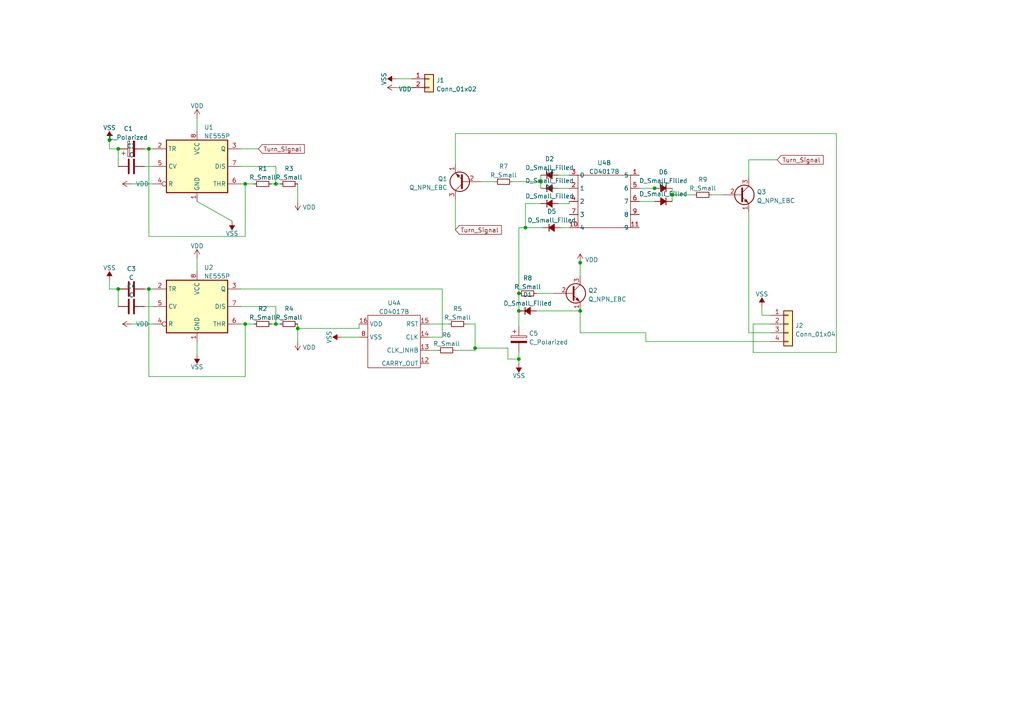
<source format=kicad_sch>
(kicad_sch (version 20211123) (generator eeschema)
  (paper "A4")
  (lib_symbols
    (symbol "CD4017B_1"
      (property "Reference" "U" (at 0 0 0))
      (property "Value" "CD4017B_1" (at 0 0 0))
      (symbol "CD4017B_1_0_1"
        (rectangle (start -7.62 -5.08) (end 7.62 -20.32))
      )
      (symbol "CD4017B_1_1_1"
        (pin output line (at 10.16 -19.05 180) (length 2.54) (name "CARRY_OUT") (number "12"))
        (pin input line (at 10.16 -15.24 180) (length 2.54) (name "CLK_INHB") (number "13"))
        (pin input line (at 10.16 -11.43 180) (length 2.54) (name "CLK") (number "14"))
        (pin input line (at 10.16 -7.62 180) (length 2.54) (name "RST") (number "15"))
        (pin power_in line (at -10.16 -7.62 0) (length 2.54) (name "VDD") (number "16"))
        (pin power_in line (at -10.16 -11.43 0) (length 2.54) (name "VSS") (number "8"))
      )
      (symbol "CD4017B_1_2_1"
        (pin output line (at 10.16 -5.08 180) (length 2.54) (name "5") (number "1"))
        (pin output line (at -10.16 -20.32 0) (length 2.54) (name "4") (number "10"))
        (pin output line (at 10.16 -20.32 180) (length 2.54) (name "9") (number "11"))
        (pin output line (at -10.16 -8.89 0) (length 2.54) (name "1") (number "2"))
        (pin output line (at -10.16 -5.08 0) (length 2.54) (name "0") (number "3"))
        (pin output line (at -10.16 -12.7 0) (length 2.54) (name "2") (number "4"))
        (pin output line (at 10.16 -8.89 180) (length 2.54) (name "6") (number "5"))
        (pin output line (at 10.16 -12.7 180) (length 2.54) (name "7") (number "6"))
        (pin output line (at -10.16 -16.51 0) (length 2.54) (name "3") (number "7"))
        (pin output line (at 10.16 -16.51 180) (length 2.54) (name "8") (number "9"))
      )
    )
    (symbol "Connector_Generic:Conn_01x02" (pin_names (offset 1.016) hide)
      (property "Reference" "J" (at 0 2.54 0))
      (property "Value" "Conn_01x02" (at 0 -5.08 0))
      (symbol "Conn_01x02_1_1"
        (rectangle (start -1.27 -2.413) (end 0 -2.667) (stroke (width 0.1524)))
        (rectangle (start -1.27 0.127) (end 0 -0.127) (stroke (width 0.1524)))
        (rectangle (start -1.27 1.27) (end 1.27 -3.81) (stroke (width 0.254)) (fill (type background)))
        (pin passive line (at -5.08 0 0) (length 3.81) (name "Pin_1") (number "1"))
        (pin passive line (at -5.08 -2.54 0) (length 3.81) (name "Pin_2") (number "2"))
      )
    )
    (symbol "Connector_Generic:Conn_01x04" (pin_names (offset 1.016) hide)
      (property "Reference" "J" (at 0 5.08 0))
      (property "Value" "Conn_01x04" (at 0 -7.62 0))
      (symbol "Conn_01x04_1_1"
        (rectangle (start -1.27 -4.953) (end 0 -5.207) (stroke (width 0.1524)))
        (rectangle (start -1.27 -2.413) (end 0 -2.667) (stroke (width 0.1524)))
        (rectangle (start -1.27 0.127) (end 0 -0.127) (stroke (width 0.1524)))
        (rectangle (start -1.27 2.667) (end 0 2.413) (stroke (width 0.1524)))
        (rectangle (start -1.27 3.81) (end 1.27 -6.35) (stroke (width 0.254)) (fill (type background)))
        (pin passive line (at -5.08 2.54 0) (length 3.81) (name "Pin_1") (number "1"))
        (pin passive line (at -5.08 0 0) (length 3.81) (name "Pin_2") (number "2"))
        (pin passive line (at -5.08 -2.54 0) (length 3.81) (name "Pin_3") (number "3"))
        (pin passive line (at -5.08 -5.08 0) (length 3.81) (name "Pin_4") (number "4"))
      )
    )
    (symbol "Device:C" (pin_numbers hide) (pin_names (offset 0.254))
      (property "Reference" "C" (at 0.635 2.54 0))
      (property "Value" "C" (at 0.635 -2.54 0))
      (symbol "C_0_1"
        (polyline (pts (xy -2.032 -0.762) (xy 2.032 -0.762)) (stroke (width 0.508)))
        (polyline (pts (xy -2.032 0.762) (xy 2.032 0.762)) (stroke (width 0.508)))
      )
      (symbol "C_1_1"
        (pin passive line (at 0 3.81 270) (length 2.794) (name "~") (number "1"))
        (pin passive line (at 0 -3.81 90) (length 2.794) (name "~") (number "2"))
      )
    )
    (symbol "Device:C_Polarized" (pin_numbers hide) (pin_names (offset 0.254))
      (property "Reference" "C" (at 0.635 2.54 0))
      (property "Value" "C_Polarized" (at 0.635 -2.54 0))
      (symbol "C_Polarized_0_1"
        (rectangle (start -2.286 0.508) (end 2.286 1.016))
        (polyline (pts (xy -1.778 2.286) (xy -0.762 2.286)))
        (polyline (pts (xy -1.27 2.794) (xy -1.27 1.778)))
        (rectangle (start 2.286 -0.508) (end -2.286 -1.016) (fill (type outline)))
      )
      (symbol "C_Polarized_1_1"
        (pin passive line (at 0 3.81 270) (length 2.794) (name "~") (number "1"))
        (pin passive line (at 0 -3.81 90) (length 2.794) (name "~") (number "2"))
      )
    )
    (symbol "Device:D_Small_Filled" (pin_numbers hide) (pin_names (offset 0.254) hide)
      (property "Reference" "D" (at -1.27 2.032 0))
      (property "Value" "D_Small_Filled" (at -3.81 -2.032 0))
      (symbol "D_Small_Filled_0_1"
        (polyline (pts (xy -0.762 -1.016) (xy -0.762 1.016)) (stroke (width 0.254)))
        (polyline (pts (xy -0.762 0) (xy 0.762 0)))
        (polyline (pts (xy 0.762 -1.016) (xy -0.762 0) (xy 0.762 1.016) (xy 0.762 -1.016)) (stroke (width 0.254)) (fill (type outline)))
      )
      (symbol "D_Small_Filled_1_1"
        (pin passive line (at -2.54 0 0) (length 1.778) (name "K") (number "1"))
        (pin passive line (at 2.54 0 180) (length 1.778) (name "A") (number "2"))
      )
    )
    (symbol "Device:Q_NPN_EBC" (pin_names (offset 0) hide)
      (property "Reference" "Q" (at 5.08 1.27 0))
      (property "Value" "Q_NPN_EBC" (at 5.08 -1.27 0))
      (symbol "Q_NPN_EBC_0_1"
        (polyline (pts (xy 0.635 0.635) (xy 2.54 2.54)))
        (polyline (pts (xy 0.635 -0.635) (xy 2.54 -2.54) (xy 2.54 -2.54)))
        (polyline (pts (xy 0.635 1.905) (xy 0.635 -1.905) (xy 0.635 -1.905)) (stroke (width 0.508)))
        (polyline (pts (xy 1.27 -1.778) (xy 1.778 -1.27) (xy 2.286 -2.286) (xy 1.27 -1.778) (xy 1.27 -1.778)) (fill (type outline)))
        (circle (center 1.27 0) (radius 2.8194) (stroke (width 0.254)))
      )
      (symbol "Q_NPN_EBC_1_1"
        (pin passive line (at 2.54 -5.08 90) (length 2.54) (name "E") (number "1"))
        (pin passive line (at -5.08 0 0) (length 5.715) (name "B") (number "2"))
        (pin passive line (at 2.54 5.08 270) (length 2.54) (name "C") (number "3"))
      )
    )
    (symbol "Device:R_Small" (pin_numbers hide) (pin_names (offset 0.254) hide)
      (property "Reference" "R" (at 0.762 0.508 0))
      (property "Value" "R_Small" (at 0.762 -1.016 0))
      (symbol "R_Small_0_1"
        (rectangle (start -0.762 1.778) (end 0.762 -1.778) (stroke (width 0.2032)))
      )
      (symbol "R_Small_1_1"
        (pin passive line (at 0 2.54 270) (length 0.762) (name "~") (number "1"))
        (pin passive line (at 0 -2.54 90) (length 0.762) (name "~") (number "2"))
      )
    )
    (symbol "KAPZRNDM:CD4017B"
      (property "Reference" "U" (at 0 0 0))
      (property "Value" "CD4017B" (at 0 0 0))
      (symbol "CD4017B_0_1"
        (rectangle (start -7.62 -5.08) (end 7.62 -20.32))
      )
      (symbol "CD4017B_1_1"
        (pin output line (at 10.16 -19.05 180) (length 2.54) (name "CARRY_OUT") (number "12"))
        (pin input line (at 10.16 -15.24 180) (length 2.54) (name "CLK_INHB") (number "13"))
        (pin input line (at 10.16 -11.43 180) (length 2.54) (name "CLK") (number "14"))
        (pin input line (at 10.16 -7.62 180) (length 2.54) (name "RST") (number "15"))
        (pin power_in line (at -10.16 -7.62 0) (length 2.54) (name "VDD") (number "16"))
        (pin power_in line (at -10.16 -11.43 0) (length 2.54) (name "VSS") (number "8"))
      )
      (symbol "CD4017B_2_1"
        (pin output line (at 10.16 -5.08 180) (length 2.54) (name "5") (number "1"))
        (pin output line (at -10.16 -20.32 0) (length 2.54) (name "4") (number "10"))
        (pin output line (at 10.16 -20.32 180) (length 2.54) (name "9") (number "11"))
        (pin output line (at -10.16 -8.89 0) (length 2.54) (name "1") (number "2"))
        (pin output line (at -10.16 -5.08 0) (length 2.54) (name "0") (number "3"))
        (pin output line (at -10.16 -12.7 0) (length 2.54) (name "2") (number "4"))
        (pin output line (at 10.16 -8.89 180) (length 2.54) (name "6") (number "5"))
        (pin output line (at 10.16 -12.7 180) (length 2.54) (name "7") (number "6"))
        (pin output line (at -10.16 -16.51 0) (length 2.54) (name "3") (number "7"))
        (pin output line (at 10.16 -16.51 180) (length 2.54) (name "8") (number "9"))
      )
    )
    (symbol "Timer:NE555P"
      (property "Reference" "U" (at -10.16 8.89 0))
      (property "Value" "NE555P" (at 2.54 8.89 0))
      (symbol "NE555P_0_0"
        (pin power_in line (at 0 -10.16 90) (length 2.54) (name "GND") (number "1"))
        (pin power_in line (at 0 10.16 270) (length 2.54) (name "VCC") (number "8"))
      )
      (symbol "NE555P_0_1"
        (rectangle (start -8.89 -7.62) (end 8.89 7.62) (stroke (width 0.254)) (fill (type background)))
        (rectangle (start -8.89 -7.62) (end 8.89 7.62) (stroke (width 0.254)) (fill (type background)))
      )
      (symbol "NE555P_1_1"
        (pin input line (at -12.7 5.08 0) (length 3.81) (name "TR") (number "2"))
        (pin output line (at 12.7 5.08 180) (length 3.81) (name "Q") (number "3"))
        (pin input inverted (at -12.7 -5.08 0) (length 3.81) (name "R") (number "4"))
        (pin input line (at -12.7 0 0) (length 3.81) (name "CV") (number "5"))
        (pin input line (at 12.7 -5.08 180) (length 3.81) (name "THR") (number "6"))
        (pin input line (at 12.7 0 180) (length 3.81) (name "DIS") (number "7"))
      )
    )
    (symbol "power:VDD" (power) (pin_names (offset 0))
      (property "Value" "VDD" (at 0 3.81 0))
      (symbol "VDD_0_1"
        (polyline (pts (xy -0.762 1.27) (xy 0 2.54)))
        (polyline (pts (xy 0 0) (xy 0 2.54)))
        (polyline (pts (xy 0 2.54) (xy 0.762 1.27)))
      )
      (symbol "VDD_1_1"
        (pin power_in line (at 0 0 90) (length 0) hide (name "VDD") (number "1"))
      )
    )
    (symbol "power:VSS" (power) (pin_names (offset 0))
      (property "Value" "VSS" (at 0 3.81 0))
      (symbol "VSS_0_1"
        (polyline (pts (xy 0 0) (xy 0 2.54)))
        (polyline (pts (xy 0.762 1.27) (xy -0.762 1.27) (xy 0 2.54) (xy 0.762 1.27)) (fill (type outline)))
      )
      (symbol "VSS_1_1"
        (pin power_in line (at 0 0 90) (length 0) hide (name "VSS") (number "1"))
      )
    )
  )
  (junction (at 43.18 43.18))
  (junction (at 31.75 40.64))
  (junction (at 168.275 76.2))
  (junction (at 150.495 104.14))
  (junction (at 189.865 54.61))
  (junction (at 43.18 83.82))
  (junction (at 194.945 56.515))
  (junction (at 80.01 53.34))
  (junction (at 150.495 90.17))
  (junction (at 86.36 95.25))
  (junction (at 168.275 90.17))
  (junction (at 156.845 52.705))
  (junction (at 71.12 93.98))
  (junction (at 34.29 83.82))
  (junction (at 137.795 100.965))
  (junction (at 34.29 43.18))
  (junction (at 71.12 53.34))
  (junction (at 150.495 85.09))
  (junction (at 152.4 66.04))
  (junction (at 80.01 93.98))
  (wire (pts (xy 217.17 61.595) (xy 217.17 96.52)))
  (wire (pts (xy 225.425 46.355) (xy 217.17 46.355)))
  (wire (pts (xy 41.91 48.26) (xy 44.45 48.26)))
  (wire (pts (xy 150.495 66.04) (xy 152.4 66.04)))
  (wire (pts (xy 155.575 90.17) (xy 168.275 90.17)))
  (wire (pts (xy 114.935 22.86) (xy 119.38 22.86)))
  (wire (pts (xy 206.375 56.515) (xy 209.55 56.515)))
  (wire (pts (xy 34.29 43.18) (xy 34.29 48.26)))
  (wire (pts (xy 86.36 95.25) (xy 104.14 95.25)))
  (wire (pts (xy 132.08 57.785) (xy 132.08 66.675)))
  (wire (pts (xy 132.08 38.735) (xy 242.57 38.735)))
  (wire (pts (xy 217.17 46.355) (xy 217.17 51.435)))
  (wire (pts (xy 34.29 43.18) (xy 31.75 43.18)))
  (wire (pts (xy 223.52 91.44) (xy 220.98 91.44)))
  (wire (pts (xy 86.36 95.25) (xy 86.36 99.06)))
  (wire (pts (xy 69.85 53.34) (xy 71.12 53.34)))
  (wire (pts (xy 168.275 75.565) (xy 168.275 76.2)))
  (wire (pts (xy 185.42 54.61) (xy 189.865 54.61)))
  (wire (pts (xy 57.15 34.29) (xy 57.15 38.1)))
  (wire (pts (xy 86.36 93.98) (xy 86.36 95.25)))
  (wire (pts (xy 165.1 59.055) (xy 165.1 58.42)))
  (wire (pts (xy 57.15 99.06) (xy 57.15 102.87)))
  (wire (pts (xy 128.27 83.82) (xy 69.85 83.82)))
  (wire (pts (xy 43.18 109.22) (xy 71.12 109.22)))
  (wire (pts (xy 124.46 97.79) (xy 128.27 97.79)))
  (wire (pts (xy 43.18 43.18) (xy 44.45 43.18)))
  (wire (pts (xy 150.495 90.17) (xy 150.495 94.615)))
  (wire (pts (xy 150.495 66.04) (xy 150.495 85.09)))
  (wire (pts (xy 43.18 83.82) (xy 43.18 109.22)))
  (wire (pts (xy 43.18 83.82) (xy 44.45 83.82)))
  (wire (pts (xy 168.275 96.52) (xy 168.275 90.17)))
  (wire (pts (xy 124.46 93.98) (xy 130.175 93.98)))
  (wire (pts (xy 69.85 43.18) (xy 74.93 43.18)))
  (wire (pts (xy 71.12 93.98) (xy 71.12 109.22)))
  (wire (pts (xy 124.46 101.6) (xy 127 101.6)))
  (wire (pts (xy 152.4 59.055) (xy 156.845 59.055)))
  (wire (pts (xy 161.925 54.61) (xy 165.1 54.61)))
  (wire (pts (xy 41.91 83.82) (xy 43.18 83.82)))
  (wire (pts (xy 69.85 88.9) (xy 80.01 88.9)))
  (wire (pts (xy 187.325 99.06) (xy 223.52 99.06)))
  (wire (pts (xy 139.7 52.705) (xy 143.51 52.705)))
  (wire (pts (xy 161.925 59.055) (xy 165.1 59.055)))
  (wire (pts (xy 150.495 104.14) (xy 150.495 105.41)))
  (wire (pts (xy 223.52 96.52) (xy 217.17 96.52)))
  (wire (pts (xy 242.57 38.735) (xy 242.57 102.235)))
  (wire (pts (xy 31.75 39.37) (xy 31.75 40.64)))
  (wire (pts (xy 189.865 54.61) (xy 190.5 54.61)))
  (wire (pts (xy 41.91 88.9) (xy 44.45 88.9)))
  (wire (pts (xy 157.48 66.04) (xy 152.4 66.04)))
  (wire (pts (xy 132.08 47.625) (xy 132.08 38.735)))
  (wire (pts (xy 194.945 56.515) (xy 194.945 58.42)))
  (wire (pts (xy 218.44 93.98) (xy 218.44 102.235)))
  (wire (pts (xy 71.12 93.98) (xy 73.66 93.98)))
  (wire (pts (xy 38.1 93.98) (xy 44.45 93.98)))
  (wire (pts (xy 147.32 104.14) (xy 150.495 104.14)))
  (wire (pts (xy 80.01 93.98) (xy 81.28 93.98)))
  (wire (pts (xy 31.75 40.64) (xy 31.75 43.18)))
  (wire (pts (xy 69.85 93.98) (xy 71.12 93.98)))
  (wire (pts (xy 57.15 74.93) (xy 57.15 78.74)))
  (wire (pts (xy 156.845 50.8) (xy 156.845 52.705)))
  (wire (pts (xy 132.08 101.6) (xy 137.795 101.6)))
  (wire (pts (xy 168.275 76.2) (xy 168.275 80.01)))
  (wire (pts (xy 152.4 66.04) (xy 152.4 59.055)))
  (wire (pts (xy 150.495 102.235) (xy 150.495 104.14)))
  (wire (pts (xy 137.795 93.98) (xy 137.795 100.965)))
  (wire (pts (xy 242.57 102.235) (xy 218.44 102.235)))
  (wire (pts (xy 69.85 48.26) (xy 80.01 48.26)))
  (wire (pts (xy 78.74 93.98) (xy 80.01 93.98)))
  (wire (pts (xy 220.98 91.44) (xy 220.98 88.9)))
  (wire (pts (xy 194.945 56.515) (xy 201.295 56.515)))
  (wire (pts (xy 156.845 52.705) (xy 156.845 54.61)))
  (wire (pts (xy 80.01 48.26) (xy 80.01 53.34)))
  (wire (pts (xy 162.56 66.04) (xy 165.1 66.04)))
  (wire (pts (xy 194.945 54.61) (xy 194.945 56.515)))
  (wire (pts (xy 161.925 50.8) (xy 165.1 50.8)))
  (wire (pts (xy 185.42 58.42) (xy 189.865 58.42)))
  (wire (pts (xy 43.18 43.18) (xy 43.18 68.58)))
  (wire (pts (xy 135.255 93.98) (xy 137.795 93.98)))
  (wire (pts (xy 187.325 96.52) (xy 187.325 99.06)))
  (wire (pts (xy 147.32 100.965) (xy 147.32 104.14)))
  (wire (pts (xy 57.15 58.42) (xy 67.31 64.135)))
  (wire (pts (xy 104.14 95.25) (xy 104.14 93.98)))
  (wire (pts (xy 218.44 93.98) (xy 223.52 93.98)))
  (wire (pts (xy 155.575 85.09) (xy 160.655 85.09)))
  (wire (pts (xy 114.935 25.4) (xy 119.38 25.4)))
  (wire (pts (xy 137.795 100.965) (xy 147.32 100.965)))
  (wire (pts (xy 71.12 53.34) (xy 71.12 68.58)))
  (wire (pts (xy 34.29 83.82) (xy 31.75 83.82)))
  (wire (pts (xy 137.795 100.965) (xy 137.795 101.6)))
  (wire (pts (xy 31.75 81.28) (xy 31.75 83.82)))
  (wire (pts (xy 99.06 97.79) (xy 104.14 97.79)))
  (wire (pts (xy 78.74 53.34) (xy 80.01 53.34)))
  (wire (pts (xy 80.01 88.9) (xy 80.01 93.98)))
  (wire (pts (xy 86.36 53.34) (xy 86.36 58.42)))
  (wire (pts (xy 80.01 53.34) (xy 81.28 53.34)))
  (wire (pts (xy 38.1 53.34) (xy 44.45 53.34)))
  (wire (pts (xy 71.12 53.34) (xy 73.66 53.34)))
  (wire (pts (xy 41.91 43.18) (xy 43.18 43.18)))
  (wire (pts (xy 34.29 83.82) (xy 34.29 88.9)))
  (wire (pts (xy 128.27 97.79) (xy 128.27 83.82)))
  (wire (pts (xy 148.59 52.705) (xy 156.845 52.705)))
  (wire (pts (xy 150.495 85.09) (xy 150.495 90.17)))
  (wire (pts (xy 168.275 96.52) (xy 187.325 96.52)))
  (wire (pts (xy 43.18 68.58) (xy 71.12 68.58)))
  (global_label "Turn_Signal" (shape input) (at 74.93 43.18 0) (property "Intersheet References" "${INTERSHEET_REFS}" (effects hide)))
  (global_label "Turn_Signal" (shape input) (at 225.425 46.355 0) (property "Intersheet References" "${INTERSHEET_REFS}" (effects hide)))
  (global_label "Turn_Signal" (shape input) (at 132.08 66.675 0) (property "Intersheet References" "${INTERSHEET_REFS}" (effects hide)))
  (symbol (lib_id "Device:R_Small") (at 153.035 85.09 90) (unit 1)
    (property "Reference" "R8" (at 153.035 80.6536 90))
    (property "Value" "R_Small" (at 153.035 83.1905 90))
    (property "Footprint" "Resistor_THT:R_Axial_DIN0207_L6.3mm_D2.5mm_P7.62mm_Horizontal" (effects hide))
  )
  (symbol (lib_id "Device:C") (at 38.1 88.9 270) (unit 1)
    (property "Reference" "C4" (at 38.1 83.0412 90))
    (property "Value" "C" (at 38.1 85.5781 90))
    (property "Footprint" "Capacitor_THT:C_Disc_D4.7mm_W2.5mm_P5.00mm" (effects hide))
  )
  (symbol (lib_id "Device:C_Polarized") (at 150.495 98.425 0) (unit 1)
    (property "Reference" "C5" (at 153.416 96.7013 0) (effects (justify left)))
    (property "Value" "C_Polarized" (at 153.416 99.2382 0) (effects (justify left)))
    (property "Footprint" "Capacitor_THT:CP_Radial_D5.0mm_P2.50mm" (effects hide))
  )
  (symbol (lib_id "Connector_Generic:Conn_01x04") (at 228.6 93.98 0) (unit 1)
    (property "Reference" "J2" (at 230.632 94.4153 0) (effects (justify left)))
    (property "Value" "Conn_01x04" (at 230.632 96.9522 0) (effects (justify left)))
    (property "Footprint" "Connector_PinHeader_2.54mm:PinHeader_1x04_P2.54mm_Vertical" (effects hide))
  )
  (symbol (lib_id "Timer:NE555P") (at 57.15 88.9 0) (unit 1)
    (property "Reference" "U2" (at 59.1694 77.5802 0) (effects (justify left)))
    (property "Value" "NE555P" (at 59.1694 80.1171 0) (effects (justify left)))
    (property "Footprint" "Package_DIP:DIP-8_W7.62mm" (effects hide))
    (property "Datasheet" "http://www.ti.com/lit/ds/symlink/ne555.pdf" (effects hide))
  )
  (symbol (lib_id "power:VSS") (at 114.935 22.86 90) (unit 1)
    (property "Reference" "#PWR012" (effects hide))
    (property "Value" "VSS" (at 111.3592 22.86 0))
  )
  (symbol (lib_id "Device:Q_NPN_EBC") (at 134.62 52.705 180) (unit 1)
    (property "Reference" "Q1" (at 129.7687 51.8703 0) (effects (justify left)))
    (property "Value" "Q_NPN_EBC" (at 129.7687 54.4072 0) (effects (justify left)))
    (property "Footprint" "Package_TO_SOT_THT:TO-92_HandSolder" (effects hide))
  )
  (symbol (lib_id "Device:D_Small_Filled") (at 153.035 90.17 0) (unit 1)
    (property "Reference" "D1" (at 153.035 85.4542 0))
    (property "Value" "D_Small_Filled" (at 153.035 87.9911 0))
    (property "Footprint" "Diode_THT:D_DO-34_SOD68_P7.62mm_Horizontal" (effects hide))
  )
  (symbol (lib_id "Device:R_Small") (at 129.54 101.6 90) (unit 1)
    (property "Reference" "R6" (at 129.54 97.1636 90))
    (property "Value" "R_Small" (at 129.54 99.7005 90))
    (property "Footprint" "Resistor_THT:R_Axial_DIN0207_L6.3mm_D2.5mm_P7.62mm_Horizontal" (effects hide))
  )
  (symbol (lib_id "power:VDD") (at 114.935 25.4 90) (unit 1)
    (property "Reference" "#PWR013" (effects hide))
    (property "Value" "VDD" (at 115.57 25.8338 90) (effects (justify right)))
  )
  (symbol (lib_id "Device:Q_NPN_EBC") (at 165.735 85.09 0) (unit 1)
    (property "Reference" "Q2" (at 170.5864 84.2553 0) (effects (justify left)))
    (property "Value" "Q_NPN_EBC" (at 170.5864 86.7922 0) (effects (justify left)))
    (property "Footprint" "Package_TO_SOT_THT:TO-92_HandSolder" (effects hide))
  )
  (symbol (lib_id "power:VSS") (at 31.75 40.64 0) (unit 1)
    (property "Reference" "#PWR01" (effects hide))
    (property "Value" "VSS" (at 31.75 37.0642 0))
  )
  (symbol (lib_id "power:VDD") (at 86.36 58.42 180) (unit 1)
    (property "Reference" "#PWR09" (effects hide))
    (property "Value" "VDD" (at 87.757 60.1238 0) (effects (justify right)))
  )
  (symbol (lib_id "Device:C_Polarized") (at 38.1 43.18 90) (unit 1)
    (property "Reference" "C1" (at 37.211 37.3212 90))
    (property "Value" "C_Polarized" (at 37.211 39.8581 90))
    (property "Footprint" "Capacitor_THT:CP_Radial_D5.0mm_P2.50mm" (effects hide))
  )
  (symbol (lib_id "Connector_Generic:Conn_01x02") (at 124.46 22.86 0) (unit 1)
    (property "Reference" "J1" (at 126.492 23.2953 0) (effects (justify left)))
    (property "Value" "Conn_01x02" (at 126.492 25.8322 0) (effects (justify left)))
    (property "Footprint" "Connector_PinHeader_2.54mm:PinHeader_1x02_P2.54mm_Vertical" (effects hide))
  )
  (symbol (lib_id "power:VSS") (at 150.495 105.41 180) (unit 1)
    (property "Reference" "#PWR0101" (effects hide))
    (property "Value" "VSS" (at 150.495 108.9858 0))
  )
  (symbol (lib_id "power:VSS") (at 220.98 88.9 0) (unit 1)
    (property "Reference" "#PWR015" (effects hide))
    (property "Value" "VSS" (at 220.98 85.3242 0))
  )
  (symbol (lib_id "Device:R_Small") (at 76.2 53.34 90) (unit 1)
    (property "Reference" "R1" (at 76.2 48.9036 90))
    (property "Value" "R_Small" (at 76.2 51.4405 90))
    (property "Footprint" "Resistor_THT:R_Axial_DIN0207_L6.3mm_D2.5mm_P7.62mm_Horizontal" (effects hide))
  )
  (symbol (lib_id "Device:D_Small_Filled") (at 159.385 54.61 0) (unit 1)
    (property "Reference" "D3" (at 159.385 49.8942 0))
    (property "Value" "D_Small_Filled" (at 159.385 52.4311 0))
    (property "Footprint" "Diode_THT:D_DO-34_SOD68_P7.62mm_Horizontal" (effects hide))
  )
  (symbol (lib_id "power:VDD") (at 57.15 74.93 0) (unit 1)
    (property "Reference" "#PWR07" (effects hide))
    (property "Value" "VDD" (at 57.15 71.3542 0))
  )
  (symbol (lib_id "Device:R_Small") (at 132.715 93.98 90) (unit 1)
    (property "Reference" "R5" (at 132.715 89.5436 90))
    (property "Value" "R_Small" (at 132.715 92.0805 90))
    (property "Footprint" "Resistor_THT:R_Axial_DIN0207_L6.3mm_D2.5mm_P7.62mm_Horizontal" (effects hide))
  )
  (symbol (lib_id "Device:D_Small_Filled") (at 159.385 50.8 0) (unit 1)
    (property "Reference" "D2" (at 159.385 46.0842 0))
    (property "Value" "D_Small_Filled" (at 159.385 48.6211 0))
    (property "Footprint" "Diode_THT:D_DO-34_SOD68_P7.62mm_Horizontal" (effects hide))
  )
  (symbol (lib_id "Device:R_Small") (at 76.2 93.98 90) (unit 1)
    (property "Reference" "R2" (at 76.2 89.5436 90))
    (property "Value" "R_Small" (at 76.2 92.0805 90))
    (property "Footprint" "Resistor_THT:R_Axial_DIN0207_L6.3mm_D2.5mm_P7.62mm_Horizontal" (effects hide))
  )
  (symbol (lib_id "power:VSS") (at 99.06 97.79 90) (unit 1)
    (property "Reference" "#PWR011" (effects hide))
    (property "Value" "VSS" (at 95.4842 97.79 0))
  )
  (symbol (lib_id "power:VDD") (at 168.275 76.2 0) (unit 1)
    (property "Reference" "#PWR014" (effects hide))
    (property "Value" "VDD" (at 169.672 75.3638 0) (effects (justify left)))
  )
  (symbol (lib_id "Device:C") (at 38.1 83.82 270) (unit 1)
    (property "Reference" "C3" (at 38.1 77.9612 90))
    (property "Value" "C" (at 38.1 80.4981 90))
    (property "Footprint" "Capacitor_THT:C_Disc_D4.7mm_W2.5mm_P5.00mm" (effects hide))
  )
  (symbol (lib_id "Device:D_Small_Filled") (at 159.385 59.055 0) (unit 1)
    (property "Reference" "D4" (at 159.385 54.3392 0))
    (property "Value" "D_Small_Filled" (at 159.385 56.8761 0))
    (property "Footprint" "Diode_THT:D_DO-34_SOD68_P7.62mm_Horizontal" (effects hide))
  )
  (symbol (lib_id "Device:D_Small_Filled") (at 160.02 66.04 0) (unit 1)
    (property "Reference" "D5" (at 160.02 61.3242 0))
    (property "Value" "D_Small_Filled" (at 160.02 63.8611 0))
    (property "Footprint" "Diode_THT:D_DO-34_SOD68_P7.62mm_Horizontal" (effects hide))
  )
  (symbol (lib_id "Device:Q_NPN_EBC") (at 214.63 56.515 0) (unit 1)
    (property "Reference" "Q3" (at 219.4814 55.6803 0) (effects (justify left)))
    (property "Value" "Q_NPN_EBC" (at 219.4814 58.2172 0) (effects (justify left)))
    (property "Footprint" "Package_TO_SOT_THT:TO-92_HandSolder" (effects hide))
  )
  (symbol (lib_id "Device:D_Small_Filled") (at 192.405 54.61 180) (unit 1)
    (property "Reference" "D6" (at 192.405 49.8942 0))
    (property "Value" "D_Small_Filled" (at 192.405 52.4311 0))
    (property "Footprint" "Diode_THT:D_DO-34_SOD68_P7.62mm_Horizontal" (effects hide))
  )
  (symbol (lib_id "power:VDD") (at 38.1 93.98 90) (unit 1)
    (property "Reference" "#PWR04" (effects hide))
    (property "Value" "VDD" (at 39.37 93.98 90) (effects (justify right)))
  )
  (symbol (lib_id "power:VSS") (at 67.31 64.135 180) (unit 1)
    (property "Reference" "#PWR06" (effects hide))
    (property "Value" "VSS" (at 67.31 67.7108 0))
  )
  (symbol (lib_id "power:VDD") (at 57.15 34.29 0) (unit 1)
    (property "Reference" "#PWR05" (effects hide))
    (property "Value" "VDD" (at 57.15 30.7142 0))
  )
  (symbol (lib_id "Device:R_Small") (at 83.82 53.34 90) (unit 1)
    (property "Reference" "R3" (at 83.82 48.9036 90))
    (property "Value" "R_Small" (at 83.82 51.4405 90))
    (property "Footprint" "Resistor_THT:R_Axial_DIN0207_L6.3mm_D2.5mm_P7.62mm_Horizontal" (effects hide))
  )
  (symbol (lib_id "Device:D_Small_Filled") (at 192.405 58.42 180) (unit 1)
    (property "Reference" "D7" (at 192.405 53.7042 0))
    (property "Value" "D_Small_Filled" (at 192.405 56.2411 0))
    (property "Footprint" "Diode_THT:D_DO-34_SOD68_P7.62mm_Horizontal" (effects hide))
  )
  (symbol (lib_id "Device:C") (at 38.1 48.26 270) (unit 1)
    (property "Reference" "C2" (at 38.1 42.4012 90))
    (property "Value" "C" (at 38.1 44.9381 90))
    (property "Footprint" "Capacitor_THT:C_Disc_D4.7mm_W2.5mm_P5.00mm" (effects hide))
  )
  (symbol (lib_id "Timer:NE555P") (at 57.15 48.26 0) (unit 1)
    (property "Reference" "U1" (at 59.1694 36.9402 0) (effects (justify left)))
    (property "Value" "NE555P" (at 59.1694 39.4771 0) (effects (justify left)))
    (property "Footprint" "Package_DIP:DIP-8_W7.62mm" (effects hide))
    (property "Datasheet" "http://www.ti.com/lit/ds/symlink/ne555.pdf" (effects hide))
  )
  (symbol (lib_id "Device:R_Small") (at 83.82 93.98 90) (unit 1)
    (property "Reference" "R4" (at 83.82 89.5436 90))
    (property "Value" "R_Small" (at 83.82 92.0805 90))
    (property "Footprint" "Resistor_THT:R_Axial_DIN0207_L6.3mm_D2.5mm_P7.62mm_Horizontal" (effects hide))
  )
  (symbol (lib_id "power:VSS") (at 31.75 81.28 0) (unit 1)
    (property "Reference" "#PWR02" (effects hide))
    (property "Value" "VSS" (at 31.75 77.7042 0))
  )
  (symbol (lib_id "power:VDD") (at 86.36 99.06 180) (unit 1)
    (property "Reference" "#PWR010" (effects hide))
    (property "Value" "VDD" (at 87.757 100.7638 0) (effects (justify right)))
  )
  (symbol (lib_name "CD4017B_1") (lib_id "KAPZRNDM:CD4017B") (at 114.3 86.36 0) (unit 1)
    (property "Reference" "U4" (at 114.3 87.8672 0))
    (property "Value" "CD4017B" (at 114.3 90.4041 0))
    (property "Footprint" "Package_DIP:DIP-16_W7.62mm" (effects hide))
  )
  (symbol (lib_id "KAPZRNDM:CD4017B") (at 175.26 45.72 0) (unit 2)
    (property "Reference" "U4" (at 175.26 47.2272 0))
    (property "Value" "CD4017B" (at 175.26 49.7641 0))
    (property "Footprint" "Package_DIP:DIP-16_W7.62mm" (effects hide))
  )
  (symbol (lib_id "power:VDD") (at 38.1 53.34 90) (unit 1)
    (property "Reference" "#PWR03" (effects hide))
    (property "Value" "VDD" (at 39.37 53.34 90) (effects (justify right)))
  )
  (symbol (lib_id "Device:R_Small") (at 146.05 52.705 90) (unit 1)
    (property "Reference" "R7" (at 146.05 48.2686 90))
    (property "Value" "R_Small" (at 146.05 50.8055 90))
    (property "Footprint" "Resistor_THT:R_Axial_DIN0207_L6.3mm_D2.5mm_P7.62mm_Horizontal" (effects hide))
  )
  (symbol (lib_id "power:VSS") (at 57.15 102.87 180) (unit 1)
    (property "Reference" "#PWR08" (effects hide))
    (property "Value" "VSS" (at 57.15 106.4458 0))
  )
  (symbol (lib_id "Device:R_Small") (at 203.835 56.515 90) (unit 1)
    (property "Reference" "R9" (at 203.835 52.0786 90))
    (property "Value" "R_Small" (at 203.835 54.6155 90))
    (property "Footprint" "Resistor_THT:R_Axial_DIN0207_L6.3mm_D2.5mm_P7.62mm_Horizontal" (effects hide))
  )
)
</source>
